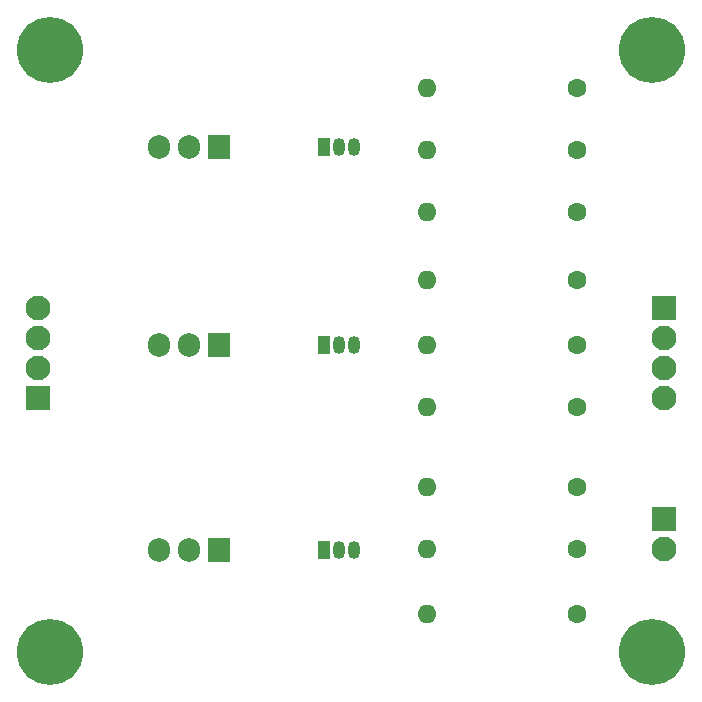
<source format=gbr>
%TF.GenerationSoftware,KiCad,Pcbnew,7.0.8*%
%TF.CreationDate,2023-11-20T10:49:13-05:00*%
%TF.ProjectId,StackLight,53746163-6b4c-4696-9768-742e6b696361,rev?*%
%TF.SameCoordinates,Original*%
%TF.FileFunction,Soldermask,Top*%
%TF.FilePolarity,Negative*%
%FSLAX46Y46*%
G04 Gerber Fmt 4.6, Leading zero omitted, Abs format (unit mm)*
G04 Created by KiCad (PCBNEW 7.0.8) date 2023-11-20 10:49:13*
%MOMM*%
%LPD*%
G01*
G04 APERTURE LIST*
%ADD10R,1.905000X2.000000*%
%ADD11O,1.905000X2.000000*%
%ADD12C,3.600000*%
%ADD13C,5.600000*%
%ADD14C,1.600000*%
%ADD15O,1.600000X1.600000*%
%ADD16R,1.050000X1.500000*%
%ADD17O,1.050000X1.500000*%
%ADD18R,2.100000X2.100000*%
%ADD19C,2.100000*%
G04 APERTURE END LIST*
D10*
%TO.C,Q4*%
X124550000Y-97250000D03*
D11*
X122010000Y-97250000D03*
X119470000Y-97250000D03*
%TD*%
D12*
%TO.C,H2*%
X161250000Y-72250000D03*
D13*
X161250000Y-72250000D03*
%TD*%
D14*
%TO.C,R5*%
X154850000Y-97250000D03*
D15*
X142150000Y-97250000D03*
%TD*%
D16*
%TO.C,Q1*%
X133480000Y-114610000D03*
D17*
X134750000Y-114610000D03*
X136020000Y-114610000D03*
%TD*%
D14*
%TO.C,R3*%
X154850000Y-109250000D03*
D15*
X142150000Y-109250000D03*
%TD*%
D10*
%TO.C,Q6*%
X124550000Y-80500000D03*
D11*
X122010000Y-80500000D03*
X119470000Y-80500000D03*
%TD*%
D12*
%TO.C,H3*%
X110250000Y-123250000D03*
D13*
X110250000Y-123250000D03*
%TD*%
D12*
%TO.C,H1*%
X110250000Y-72250000D03*
D13*
X110250000Y-72250000D03*
%TD*%
D18*
%TO.C,J3*%
X162250000Y-111980000D03*
D19*
X162250000Y-114520000D03*
%TD*%
D14*
%TO.C,R8*%
X154850000Y-80750000D03*
D15*
X142150000Y-80750000D03*
%TD*%
D16*
%TO.C,Q3*%
X133480000Y-97250000D03*
D17*
X134750000Y-97250000D03*
X136020000Y-97250000D03*
%TD*%
D14*
%TO.C,R6*%
X154850000Y-91750000D03*
D15*
X142150000Y-91750000D03*
%TD*%
D16*
%TO.C,Q5*%
X133460000Y-80500000D03*
D17*
X134730000Y-80500000D03*
X136000000Y-80500000D03*
%TD*%
D14*
%TO.C,R9*%
X154850000Y-75500000D03*
D15*
X142150000Y-75500000D03*
%TD*%
D18*
%TO.C,J2*%
X109250000Y-101740000D03*
D19*
X109250000Y-99200000D03*
X109250000Y-96660000D03*
X109250000Y-94120000D03*
%TD*%
D14*
%TO.C,R7*%
X154850000Y-86000000D03*
D15*
X142150000Y-86000000D03*
%TD*%
D10*
%TO.C,Q2*%
X124540000Y-114555000D03*
D11*
X122000000Y-114555000D03*
X119460000Y-114555000D03*
%TD*%
D18*
%TO.C,J1*%
X162250000Y-94130000D03*
D19*
X162250000Y-96670000D03*
X162250000Y-99210000D03*
X162250000Y-101750000D03*
%TD*%
D14*
%TO.C,R2*%
X154850000Y-114500000D03*
D15*
X142150000Y-114500000D03*
%TD*%
D12*
%TO.C,H4*%
X161250000Y-123250000D03*
D13*
X161250000Y-123250000D03*
%TD*%
D14*
%TO.C,R1*%
X154850000Y-120000000D03*
D15*
X142150000Y-120000000D03*
%TD*%
D14*
%TO.C,R4*%
X154850000Y-102500000D03*
D15*
X142150000Y-102500000D03*
%TD*%
M02*

</source>
